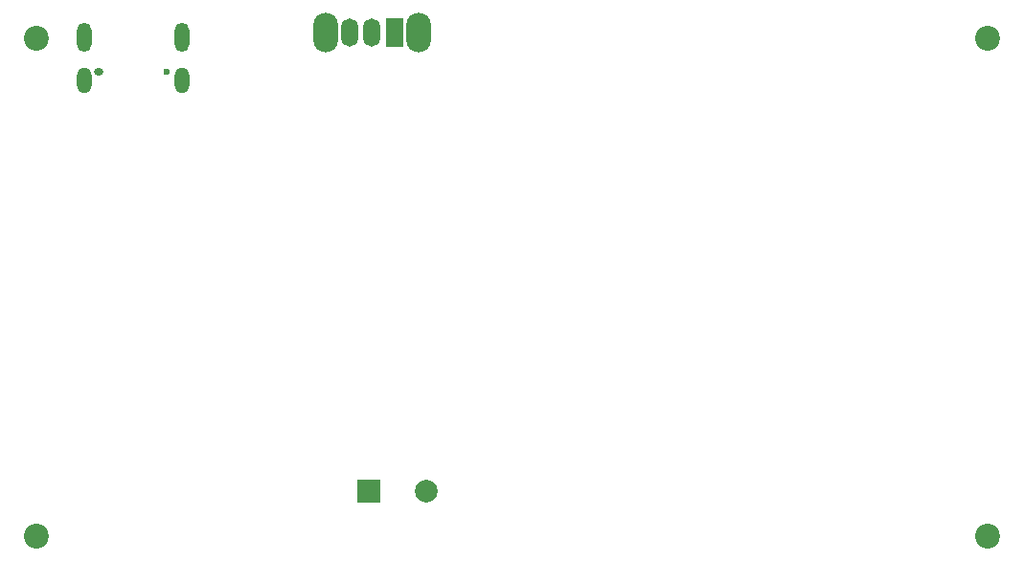
<source format=gbr>
%TF.GenerationSoftware,KiCad,Pcbnew,8.0.5*%
%TF.CreationDate,2024-11-26T11:55:41+00:00*%
%TF.ProjectId,NFC_ESP32,4e46435f-4553-4503-9332-2e6b69636164,rev?*%
%TF.SameCoordinates,Original*%
%TF.FileFunction,Soldermask,Bot*%
%TF.FilePolarity,Negative*%
%FSLAX46Y46*%
G04 Gerber Fmt 4.6, Leading zero omitted, Abs format (unit mm)*
G04 Created by KiCad (PCBNEW 8.0.5) date 2024-11-26 11:55:41*
%MOMM*%
%LPD*%
G01*
G04 APERTURE LIST*
%ADD10C,2.200000*%
%ADD11C,0.600000*%
%ADD12O,0.850000X0.600000*%
%ADD13O,1.300000X2.300000*%
%ADD14O,1.300000X2.600000*%
%ADD15R,2.000000X2.000000*%
%ADD16C,2.000000*%
%ADD17O,2.200000X3.500000*%
%ADD18R,1.500000X2.500000*%
%ADD19O,1.500000X2.500000*%
G04 APERTURE END LIST*
D10*
%TO.C,H1*%
X103000000Y-33000000D03*
%TD*%
D11*
%TO.C,J1*%
X114500000Y-35950000D03*
D12*
X108500000Y-35950000D03*
D13*
X115820000Y-36675000D03*
D14*
X115820000Y-32850000D03*
D13*
X107180000Y-36675000D03*
D14*
X107180000Y-32850000D03*
%TD*%
D15*
%TO.C,LS1*%
X132379216Y-73010000D03*
D16*
X137379216Y-73010000D03*
%TD*%
D10*
%TO.C,H4*%
X103000000Y-77000000D03*
%TD*%
%TO.C,H3*%
X187000000Y-77000000D03*
%TD*%
D17*
%TO.C,SW1*%
X136730000Y-32470000D03*
X128530000Y-32470000D03*
D18*
X134630000Y-32470000D03*
D19*
X132630000Y-32470000D03*
X130630000Y-32470000D03*
%TD*%
D10*
%TO.C,H2*%
X187000000Y-33000000D03*
%TD*%
M02*

</source>
